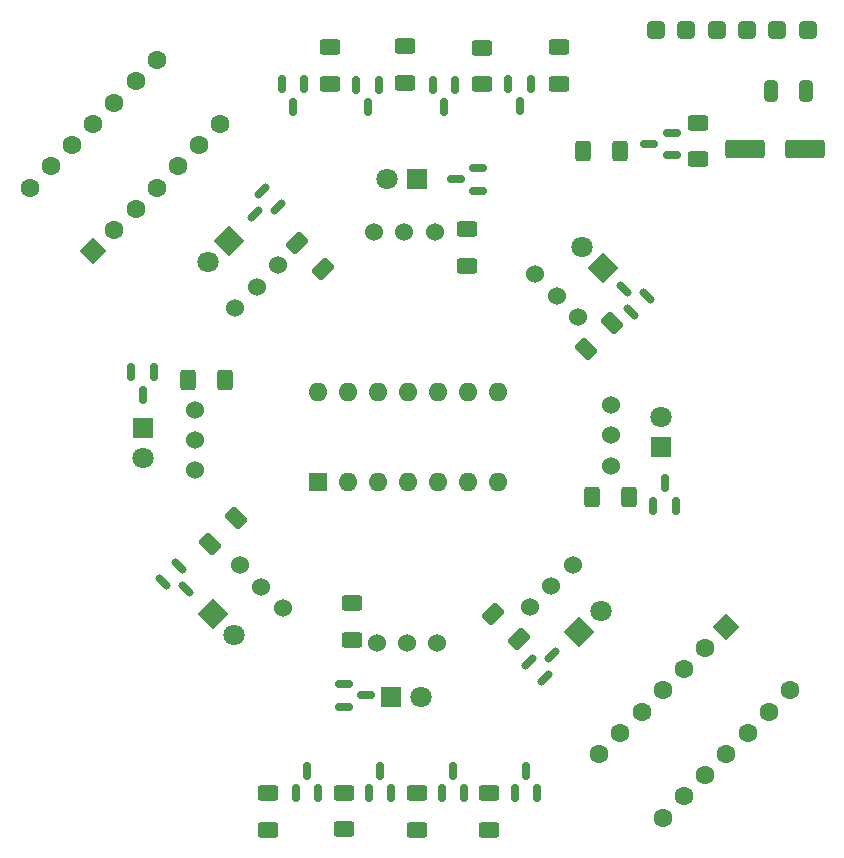
<source format=gts>
G04 #@! TF.GenerationSoftware,KiCad,Pcbnew,(6.0.11)*
G04 #@! TF.CreationDate,2024-04-06T01:18:53+03:00*
G04 #@! TF.ProjectId,communication_module_PCB,636f6d6d-756e-4696-9361-74696f6e5f6d,rev?*
G04 #@! TF.SameCoordinates,Original*
G04 #@! TF.FileFunction,Soldermask,Top*
G04 #@! TF.FilePolarity,Negative*
%FSLAX46Y46*%
G04 Gerber Fmt 4.6, Leading zero omitted, Abs format (unit mm)*
G04 Created by KiCad (PCBNEW (6.0.11)) date 2024-04-06 01:18:53*
%MOMM*%
%LPD*%
G01*
G04 APERTURE LIST*
G04 Aperture macros list*
%AMRoundRect*
0 Rectangle with rounded corners*
0 $1 Rounding radius*
0 $2 $3 $4 $5 $6 $7 $8 $9 X,Y pos of 4 corners*
0 Add a 4 corners polygon primitive as box body*
4,1,4,$2,$3,$4,$5,$6,$7,$8,$9,$2,$3,0*
0 Add four circle primitives for the rounded corners*
1,1,$1+$1,$2,$3*
1,1,$1+$1,$4,$5*
1,1,$1+$1,$6,$7*
1,1,$1+$1,$8,$9*
0 Add four rect primitives between the rounded corners*
20,1,$1+$1,$2,$3,$4,$5,0*
20,1,$1+$1,$4,$5,$6,$7,0*
20,1,$1+$1,$6,$7,$8,$9,0*
20,1,$1+$1,$8,$9,$2,$3,0*%
%AMHorizOval*
0 Thick line with rounded ends*
0 $1 width*
0 $2 $3 position (X,Y) of the first rounded end (center of the circle)*
0 $4 $5 position (X,Y) of the second rounded end (center of the circle)*
0 Add line between two ends*
20,1,$1,$2,$3,$4,$5,0*
0 Add two circle primitives to create the rounded ends*
1,1,$1,$2,$3*
1,1,$1,$4,$5*%
%AMRotRect*
0 Rectangle, with rotation*
0 The origin of the aperture is its center*
0 $1 length*
0 $2 width*
0 $3 Rotation angle, in degrees counterclockwise*
0 Add horizontal line*
21,1,$1,$2,0,0,$3*%
G04 Aperture macros list end*
%ADD10RoundRect,0.150000X-0.587500X-0.150000X0.587500X-0.150000X0.587500X0.150000X-0.587500X0.150000X0*%
%ADD11RoundRect,0.250000X-0.625000X0.400000X-0.625000X-0.400000X0.625000X-0.400000X0.625000X0.400000X0*%
%ADD12RoundRect,0.250000X0.325000X0.650000X-0.325000X0.650000X-0.325000X-0.650000X0.325000X-0.650000X0*%
%ADD13RoundRect,0.150000X-0.150000X0.587500X-0.150000X-0.587500X0.150000X-0.587500X0.150000X0.587500X0*%
%ADD14RoundRect,0.250000X0.625000X-0.400000X0.625000X0.400000X-0.625000X0.400000X-0.625000X-0.400000X0*%
%ADD15R,1.800000X1.800000*%
%ADD16C,1.800000*%
%ADD17RoundRect,0.150000X0.587500X0.150000X-0.587500X0.150000X-0.587500X-0.150000X0.587500X-0.150000X0*%
%ADD18C,1.524000*%
%ADD19RoundRect,0.150000X0.150000X-0.587500X0.150000X0.587500X-0.150000X0.587500X-0.150000X-0.587500X0*%
%ADD20RoundRect,0.381000X0.381000X0.381000X-0.381000X0.381000X-0.381000X-0.381000X0.381000X-0.381000X0*%
%ADD21RoundRect,0.250000X-0.724784X-0.159099X-0.159099X-0.724784X0.724784X0.159099X0.159099X0.724784X0*%
%ADD22RoundRect,0.150000X0.309359X0.521491X-0.521491X-0.309359X-0.309359X-0.521491X0.521491X0.309359X0*%
%ADD23RotRect,1.800000X1.800000X45.000000*%
%ADD24RoundRect,0.250000X0.400000X0.625000X-0.400000X0.625000X-0.400000X-0.625000X0.400000X-0.625000X0*%
%ADD25RoundRect,0.150000X-0.521491X0.309359X0.309359X-0.521491X0.521491X-0.309359X-0.309359X0.521491X0*%
%ADD26RoundRect,0.250000X-0.400000X-0.625000X0.400000X-0.625000X0.400000X0.625000X-0.400000X0.625000X0*%
%ADD27RotRect,1.800000X1.800000X135.000000*%
%ADD28RoundRect,0.150000X0.521491X-0.309359X-0.309359X0.521491X-0.521491X0.309359X0.309359X-0.521491X0*%
%ADD29RotRect,1.800000X1.800000X315.000000*%
%ADD30RotRect,1.600000X1.600000X135.000000*%
%ADD31HorizOval,1.600000X0.000000X0.000000X0.000000X0.000000X0*%
%ADD32O,1.600000X1.600000*%
%ADD33R,1.600000X1.600000*%
%ADD34RoundRect,0.250000X0.724784X0.159099X0.159099X0.724784X-0.724784X-0.159099X-0.159099X-0.724784X0*%
%ADD35RoundRect,0.150000X-0.309359X-0.521491X0.521491X0.309359X0.309359X0.521491X-0.521491X-0.309359X0*%
%ADD36RotRect,1.600000X1.600000X315.000000*%
%ADD37HorizOval,1.600000X0.000000X0.000000X0.000000X0.000000X0*%
%ADD38RotRect,1.800000X1.800000X225.000000*%
%ADD39RoundRect,0.250000X1.412500X0.550000X-1.412500X0.550000X-1.412500X-0.550000X1.412500X-0.550000X0*%
%ADD40RoundRect,0.250000X0.159099X-0.724784X0.724784X-0.159099X-0.159099X0.724784X-0.724784X0.159099X0*%
%ADD41RoundRect,0.250000X-0.159099X0.724784X-0.724784X0.159099X0.159099X-0.724784X0.724784X-0.159099X0*%
G04 APERTURE END LIST*
D10*
X42194000Y-70467971D03*
X42194000Y-72367971D03*
X44069000Y-71417971D03*
D11*
X42197000Y-79646200D03*
X42197000Y-82746200D03*
X48369200Y-79697000D03*
X48369200Y-82797000D03*
D12*
X81307200Y-20243800D03*
X78357200Y-20243800D03*
D13*
X26122059Y-44064471D03*
X24222059Y-44064471D03*
X25172059Y-45939471D03*
D14*
X41033700Y-19621500D03*
X41033700Y-16521500D03*
D13*
X44218900Y-21598100D03*
X43268900Y-19723100D03*
X45168900Y-19723100D03*
X58046700Y-19672300D03*
X56146700Y-19672300D03*
X57096700Y-21547300D03*
D15*
X48418059Y-27729971D03*
D16*
X45878059Y-27729971D03*
D17*
X68087000Y-24726900D03*
X69962000Y-23776900D03*
X69962000Y-25676900D03*
D18*
X29616000Y-52367971D03*
X29616000Y-49802571D03*
X29616000Y-47237171D03*
D19*
X56664800Y-79644500D03*
X58564800Y-79644500D03*
X57614800Y-77769500D03*
X38138000Y-79672200D03*
X40038000Y-79672200D03*
X39088000Y-77797200D03*
X44320400Y-79695300D03*
X46220400Y-79695300D03*
X45270400Y-77820300D03*
D20*
X81470500Y-15049500D03*
X78905100Y-15049500D03*
X76339700Y-15049500D03*
X73774300Y-15049500D03*
X71208900Y-15049500D03*
X68643500Y-15049500D03*
D21*
X38257468Y-33075868D03*
X40449500Y-35267900D03*
D22*
X36666723Y-30024810D03*
X35323220Y-28681307D03*
X34669146Y-30678884D03*
D11*
X35770800Y-79671600D03*
X35770800Y-82771600D03*
D23*
X62146869Y-66028861D03*
D16*
X63942920Y-64232810D03*
D24*
X66346059Y-54653971D03*
X63246059Y-54653971D03*
D11*
X54541400Y-79671600D03*
X54541400Y-82771600D03*
D25*
X28228898Y-60431307D03*
X26885395Y-61774810D03*
X28882972Y-62428884D03*
D14*
X42926000Y-66701000D03*
X42926000Y-63601000D03*
D15*
X25198059Y-48730771D03*
D16*
X25198059Y-51270771D03*
D18*
X50114200Y-66956059D03*
X47548800Y-66956059D03*
X44983400Y-66956059D03*
X33411167Y-60389048D03*
X35225179Y-62203060D03*
X37039190Y-64017071D03*
D13*
X38834100Y-19676899D03*
X36934100Y-19676899D03*
X37884100Y-21551899D03*
D26*
X29044300Y-44716700D03*
X32144300Y-44716700D03*
D18*
X64821459Y-46830771D03*
X64821459Y-49396171D03*
X64821459Y-51961571D03*
D27*
X64173620Y-35235532D03*
D16*
X62377569Y-33439481D03*
D14*
X60388500Y-19647500D03*
X60388500Y-16547500D03*
D11*
X72237600Y-22936200D03*
X72237600Y-26036200D03*
D28*
X66565220Y-38970635D03*
X67908723Y-37627132D03*
X65911146Y-36973058D03*
D29*
X31096949Y-64497949D03*
D16*
X32893000Y-66294000D03*
D14*
X47383700Y-19545300D03*
X47383700Y-16445300D03*
D18*
X49911659Y-32147912D03*
X47346259Y-32147912D03*
X44780859Y-32147912D03*
D15*
X46208000Y-71518971D03*
D16*
X48748000Y-71518971D03*
D18*
X61594801Y-60333017D03*
X59780790Y-62147028D03*
X57966778Y-63961040D03*
D15*
X69049900Y-50411300D03*
D16*
X69049900Y-47871300D03*
D18*
X62036319Y-39384410D03*
X60222307Y-37570398D03*
X58408296Y-35756387D03*
D30*
X20989746Y-33798054D03*
D31*
X22785797Y-32002003D03*
X24581848Y-30205952D03*
X26377900Y-28409900D03*
X28173951Y-26613849D03*
X29970002Y-24817798D03*
X31766053Y-23021747D03*
X26377900Y-17633593D03*
X24581848Y-19429644D03*
X22785797Y-21225695D03*
X20989746Y-23021747D03*
X19193695Y-24817798D03*
X17397644Y-26613849D03*
X15601592Y-28409900D03*
D32*
X40026059Y-45755971D03*
X42566059Y-45755971D03*
X45106059Y-45755971D03*
X47646059Y-45755971D03*
X50186059Y-45755971D03*
X52726059Y-45755971D03*
X55266059Y-45755971D03*
X55266059Y-53375971D03*
X52726059Y-53375971D03*
X50186059Y-53375971D03*
X47646059Y-53375971D03*
X45106059Y-53375971D03*
X42566059Y-53375971D03*
D33*
X40026059Y-53375971D03*
D34*
X57002075Y-66671987D03*
X54810043Y-64479955D03*
D35*
X57873395Y-68615132D03*
X59216898Y-69958635D03*
X59870972Y-67961058D03*
D18*
X33036988Y-38607161D03*
X34850999Y-36793150D03*
X36665011Y-34979138D03*
D36*
X74599383Y-65594005D03*
D37*
X72803332Y-67390056D03*
X71007281Y-69186107D03*
X69211229Y-70982159D03*
X67415178Y-72778210D03*
X65619127Y-74574261D03*
X63823076Y-76370312D03*
X69211229Y-81758466D03*
X71007281Y-79962415D03*
X72803332Y-78166364D03*
X74599383Y-76370312D03*
X76395434Y-74574261D03*
X78191485Y-72778210D03*
X79987537Y-70982159D03*
D38*
X32484920Y-32911316D03*
D16*
X30688869Y-34707367D03*
D11*
X52616100Y-31939900D03*
X52616100Y-35039900D03*
D39*
X81226700Y-25171400D03*
X76151700Y-25171400D03*
D24*
X65596100Y-25336500D03*
X62496100Y-25336500D03*
D40*
X30920684Y-58563516D03*
X33112716Y-56371484D03*
D19*
X50518000Y-79695300D03*
X52418000Y-79695300D03*
X51468000Y-77820300D03*
D17*
X53541559Y-28679971D03*
X53541559Y-26779971D03*
X51666559Y-27729971D03*
D13*
X51635700Y-19725401D03*
X49735700Y-19725401D03*
X50685700Y-21600401D03*
D14*
X53886100Y-16572900D03*
X53886100Y-19672900D03*
D41*
X64906891Y-39883344D03*
X62714859Y-42075376D03*
D19*
X68418059Y-55337471D03*
X70318059Y-55337471D03*
X69368059Y-53462471D03*
M02*

</source>
